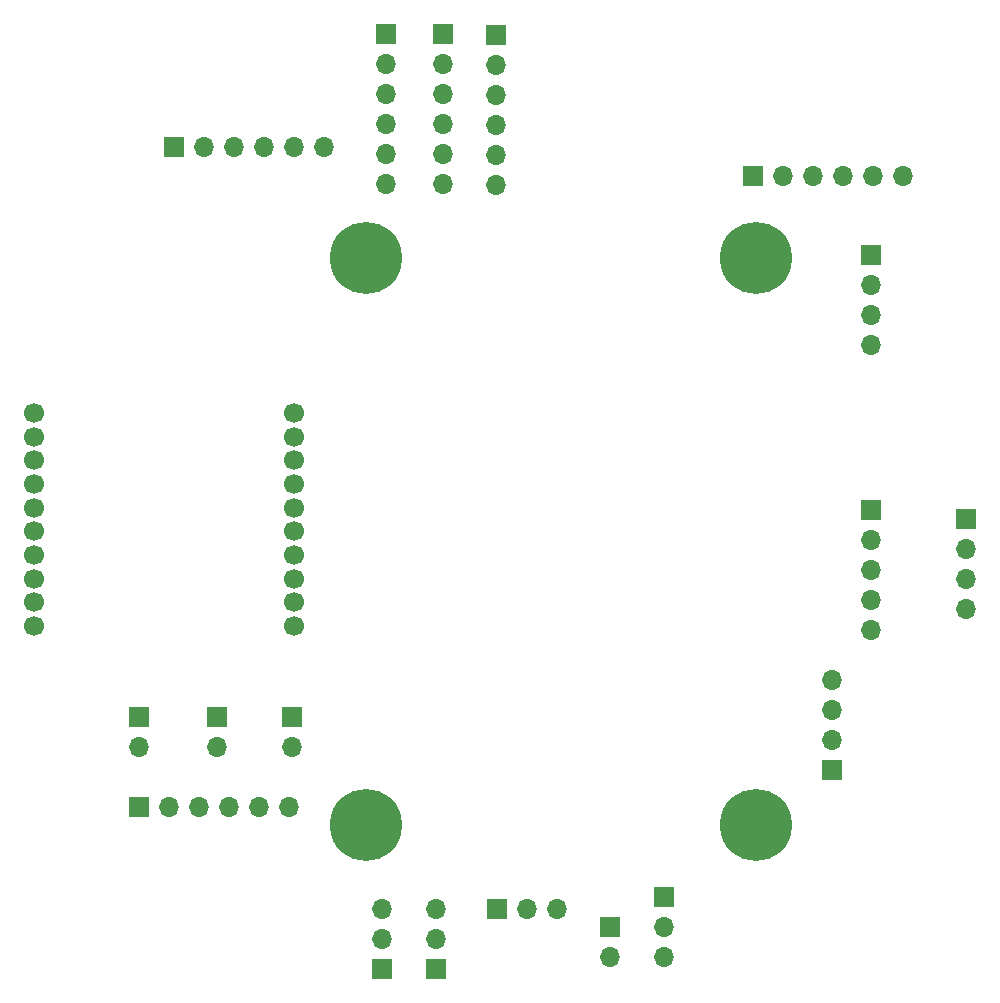
<source format=gbs>
%TF.GenerationSoftware,KiCad,Pcbnew,(6.0.5)*%
%TF.CreationDate,2023-03-12T20:27:36+02:00*%
%TF.ProjectId,rpi-cm4-base-carrier-rocket,7270692d-636d-4342-9d62-6173652d6361,v01*%
%TF.SameCoordinates,Original*%
%TF.FileFunction,Soldermask,Bot*%
%TF.FilePolarity,Negative*%
%FSLAX46Y46*%
G04 Gerber Fmt 4.6, Leading zero omitted, Abs format (unit mm)*
G04 Created by KiCad (PCBNEW (6.0.5)) date 2023-03-12 20:27:36*
%MOMM*%
%LPD*%
G01*
G04 APERTURE LIST*
%ADD10R,1.700000X1.700000*%
%ADD11O,1.700000X1.700000*%
%ADD12C,1.700000*%
%ADD13C,6.100000*%
G04 APERTURE END LIST*
D10*
%TO.C,J12*%
X111379000Y-72898000D03*
D11*
X113919000Y-72898000D03*
X116459000Y-72898000D03*
X118999000Y-72898000D03*
X121539000Y-72898000D03*
X124079000Y-72898000D03*
%TD*%
D10*
%TO.C,J6*%
X134162800Y-63322200D03*
D11*
X134162800Y-65862200D03*
X134162800Y-68402200D03*
X134162800Y-70942200D03*
X134162800Y-73482200D03*
X134162800Y-76022200D03*
%TD*%
D10*
%TO.C,J1*%
X170434000Y-103632000D03*
D11*
X170434000Y-106172000D03*
X170434000Y-108712000D03*
X170434000Y-111252000D03*
X170434000Y-113792000D03*
%TD*%
D10*
%TO.C,J7*%
X129032000Y-142479000D03*
D11*
X129032000Y-139939000D03*
X129032000Y-137399000D03*
%TD*%
D10*
%TO.C,J5*%
X129336800Y-63322200D03*
D11*
X129336800Y-65862200D03*
X129336800Y-68402200D03*
X129336800Y-70942200D03*
X129336800Y-73482200D03*
X129336800Y-76022200D03*
%TD*%
D10*
%TO.C,J15*%
X108458000Y-128778000D03*
D11*
X110998000Y-128778000D03*
X113538000Y-128778000D03*
X116078000Y-128778000D03*
X118618000Y-128778000D03*
X121158000Y-128778000D03*
%TD*%
D10*
%TO.C,J11*%
X133604000Y-142479000D03*
D11*
X133604000Y-139939000D03*
X133604000Y-137399000D03*
%TD*%
D10*
%TO.C,J10*%
X148336000Y-138933000D03*
D11*
X148336000Y-141473000D03*
%TD*%
D10*
%TO.C,J9*%
X138684000Y-63373000D03*
D11*
X138684000Y-65913000D03*
X138684000Y-68453000D03*
X138684000Y-70993000D03*
X138684000Y-73533000D03*
X138684000Y-76073000D03*
%TD*%
D10*
%TO.C,J8*%
X178435000Y-104394000D03*
D11*
X178435000Y-106934000D03*
X178435000Y-109474000D03*
X178435000Y-112014000D03*
%TD*%
D10*
%TO.C,J14*%
X160401000Y-75311000D03*
D11*
X162941000Y-75311000D03*
X165481000Y-75311000D03*
X168021000Y-75311000D03*
X170561000Y-75311000D03*
X173101000Y-75311000D03*
%TD*%
D10*
%TO.C,J16*%
X170434000Y-82042000D03*
D11*
X170434000Y-84582000D03*
X170434000Y-87122000D03*
X170434000Y-89662000D03*
%TD*%
D12*
%TO.C,A1*%
X99515400Y-95419000D03*
X99515400Y-97419000D03*
X99515400Y-99419000D03*
X99515400Y-101419000D03*
X99515400Y-103419000D03*
X99515400Y-105419000D03*
X99515400Y-107419000D03*
X99515400Y-109419000D03*
X99515400Y-111419000D03*
X99515400Y-113419000D03*
X121515400Y-113419000D03*
X121515400Y-111419000D03*
X121515400Y-109419000D03*
X121515400Y-107419000D03*
X121515400Y-105419000D03*
X121515400Y-103419000D03*
X121515400Y-101419000D03*
X121515400Y-99419000D03*
X121515400Y-97419000D03*
X121515400Y-95419000D03*
%TD*%
D10*
%TO.C,J13*%
X138699000Y-137414000D03*
D11*
X141239000Y-137414000D03*
X143779000Y-137414000D03*
%TD*%
D13*
%TO.C,Module1*%
X160636000Y-82302000D03*
X127636000Y-130302000D03*
X127636000Y-82302000D03*
X160636000Y-130302000D03*
%TD*%
D10*
%TO.C,J4*%
X115062000Y-121158000D03*
D11*
X115062000Y-123698000D03*
%TD*%
D10*
%TO.C,J2*%
X167132000Y-125593000D03*
D11*
X167132000Y-123053000D03*
X167132000Y-120513000D03*
X167132000Y-117973000D03*
%TD*%
D10*
%TO.C,J3*%
X152908000Y-136398000D03*
D11*
X152908000Y-138938000D03*
X152908000Y-141478000D03*
%TD*%
D10*
%TO.C,J19*%
X121412000Y-121158000D03*
D11*
X121412000Y-123698000D03*
%TD*%
D10*
%TO.C,J17*%
X108458000Y-121153000D03*
D11*
X108458000Y-123693000D03*
%TD*%
M02*

</source>
